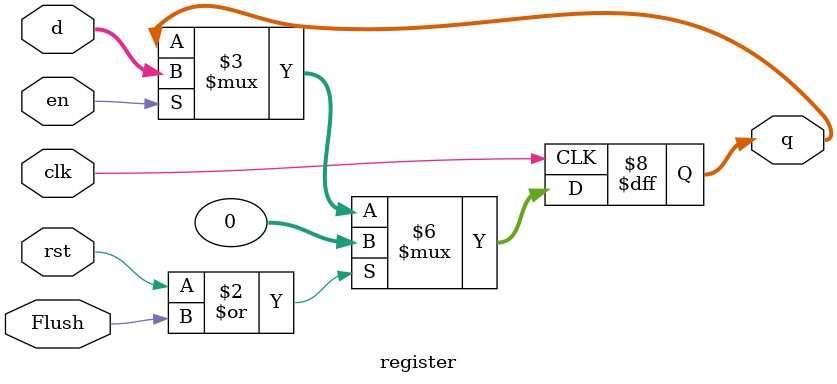
<source format=v>
`timescale 1ns / 1ps
module register #(parameter WIDTH = 32)(
    input [WIDTH-1:0] d,
    input clk,en,rst,Flush,
    output reg [WIDTH-1:0] q
    );
    always @(posedge clk) begin
        if(rst | Flush) q<=0;
        else if(en) q<=d;
    end
endmodule


</source>
